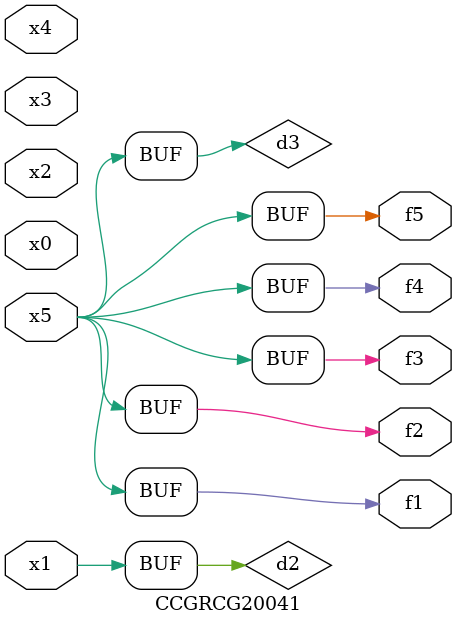
<source format=v>
module CCGRCG20041(
	input x0, x1, x2, x3, x4, x5,
	output f1, f2, f3, f4, f5
);

	wire d1, d2, d3;

	not (d1, x5);
	or (d2, x1);
	xnor (d3, d1);
	assign f1 = d3;
	assign f2 = d3;
	assign f3 = d3;
	assign f4 = d3;
	assign f5 = d3;
endmodule

</source>
